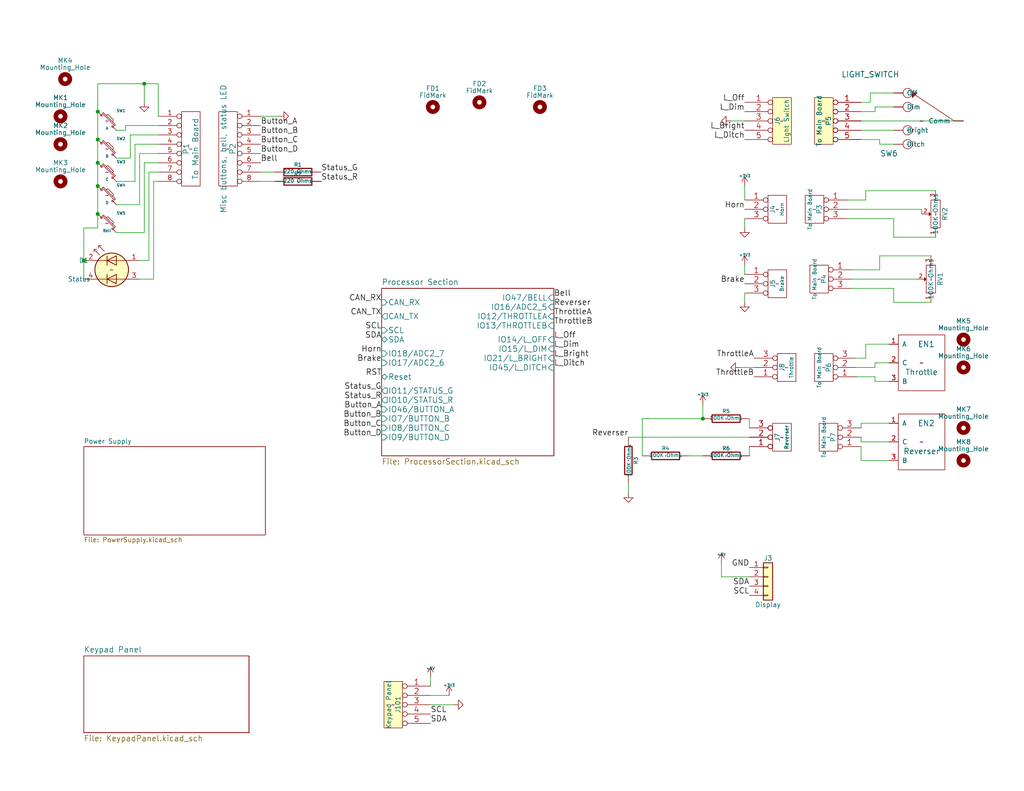
<source format=kicad_sch>
(kicad_sch (version 20211123) (generator eeschema)
  (paper "USLetter")
  (title_block (title "ESP32-S3-WROOM-ControlStand") (date "2022-07-25") (rev "1.0") (company "Deepwoods Software") (comment 1 "Main page"))
  (lib_symbols
    (symbol "ESP32-S3-WROOM-ControlStand-rescue:+3.3V" (power) (pin_names (offset 0))
      (property "Value" "+3.3V" (at 0 3.556 0))
      (symbol "+3.3V_0_1"
        (polyline (pts (xy -0.762 1.27) (xy 0 2.54)))
        (polyline (pts (xy 0 0) (xy 0 2.54)))
        (polyline (pts (xy 0 2.54) (xy 0.762 1.27)))
      )
      (symbol "+3.3V_1_1"
        (pin power_in line (at 0 0 90) (length 0) hide (name "+3V3") (number "1"))
      )
    )
    (symbol "ESP32-S3-WROOM-ControlStand-rescue:+5V" (power) (pin_names (offset 0))
      (property "Value" "+5V" (at 0 3.556 0))
      (symbol "+5V_0_1"
        (polyline (pts (xy -0.762 1.27) (xy 0 2.54)))
        (polyline (pts (xy 0 0) (xy 0 2.54)))
        (polyline (pts (xy 0 2.54) (xy 0.762 1.27)))
      )
      (symbol "+5V_1_1"
        (pin power_in line (at 0 0 90) (length 0) hide (name "+5V") (number "1"))
      )
    )
    (symbol "ESP32-S3-WROOM-ControlStand-rescue:CONN_3" (pin_names (offset 1.016) hide)
      (property "Reference" "K" (at -1.27 0 90))
      (property "Value" "CONN_3" (at 1.27 0 90))
      (symbol "CONN_3_0_1"
        (rectangle (start -2.54 3.81) (end 2.54 -3.81))
      )
      (symbol "CONN_3_1_1"
        (pin passive inverted (at -8.89 2.54 0) (length 6.35) (name "P1") (number "1"))
        (pin passive inverted (at -8.89 0 0) (length 6.35) (name "PM") (number "2"))
        (pin passive inverted (at -8.89 -2.54 0) (length 6.35) (name "P3") (number "3"))
      )
    )
    (symbol "ESP32-S3-WROOM-ControlStand-rescue:CONN_5" (pin_names (offset 1.016))
      (property "Reference" "P" (at -1.27 0 90))
      (property "Value" "CONN_5" (at 1.27 0 90))
      (symbol "CONN_5_0_1"
        (rectangle (start -2.54 6.35) (end 2.54 -6.35) (fill (type background)))
      )
      (symbol "CONN_5_1_1"
        (pin passive inverted (at -10.16 5.08 0) (length 7.62) (name "~") (number "1"))
        (pin passive inverted (at -10.16 2.54 0) (length 7.62) (name "~") (number "2"))
        (pin passive inverted (at -10.16 0 0) (length 7.62) (name "~") (number "3"))
        (pin passive inverted (at -10.16 -2.54 0) (length 7.62) (name "~") (number "4"))
        (pin passive inverted (at -10.16 -5.08 0) (length 7.62) (name "~") (number "5"))
      )
    )
    (symbol "ESP32-S3-WROOM-ControlStand-rescue:CONN_8" (pin_names (offset 1.016) hide)
      (property "Reference" "P" (at -1.27 0 90))
      (property "Value" "CONN_8" (at 1.27 0 90))
      (symbol "CONN_8_0_1"
        (rectangle (start -2.54 10.16) (end 2.54 -10.16))
      )
      (symbol "CONN_8_1_1"
        (pin passive inverted (at -8.89 8.89 0) (length 6.35) (name "P1") (number "1"))
        (pin passive inverted (at -8.89 6.35 0) (length 6.35) (name "P2") (number "2"))
        (pin passive inverted (at -8.89 3.81 0) (length 6.35) (name "P3") (number "3"))
        (pin passive inverted (at -8.89 1.27 0) (length 6.35) (name "P4") (number "4"))
        (pin passive inverted (at -8.89 -1.27 0) (length 6.35) (name "P5") (number "5"))
        (pin passive inverted (at -8.89 -3.81 0) (length 6.35) (name "P6") (number "6"))
        (pin passive inverted (at -8.89 -6.35 0) (length 6.35) (name "P7") (number "7"))
        (pin passive inverted (at -8.89 -8.89 0) (length 6.35) (name "P8") (number "8"))
      )
    )
    (symbol "ESP32-S3-WROOM-ControlStand-rescue:Conn_01x04" (pin_names (offset 1.016) hide)
      (property "Reference" "J" (at 0 5.08 0))
      (property "Value" "Conn_01x04" (at 0 -7.62 0))
      (symbol "Conn_01x04_1_1"
        (rectangle (start -1.27 -4.953) (end 0 -5.207) (stroke (width 0.1524)))
        (rectangle (start -1.27 -2.413) (end 0 -2.667) (stroke (width 0.1524)))
        (rectangle (start -1.27 0.127) (end 0 -0.127) (stroke (width 0.1524)))
        (rectangle (start -1.27 2.667) (end 0 2.413) (stroke (width 0.1524)))
        (rectangle (start -1.27 3.81) (end 1.27 -6.35) (stroke (width 0.254)) (fill (type background)))
        (pin passive line (at -5.08 2.54 0) (length 3.81) (name "Pin_1") (number "1"))
        (pin passive line (at -5.08 0 0) (length 3.81) (name "Pin_2") (number "2"))
        (pin passive line (at -5.08 -2.54 0) (length 3.81) (name "Pin_3") (number "3"))
        (pin passive line (at -5.08 -5.08 0) (length 3.81) (name "Pin_4") (number "4"))
      )
    )
    (symbol "ESP32-S3-WROOM-ControlStand-rescue:ENCODER" (pin_names (offset 1.016))
      (property "Reference" "EN" (at 1.27 5.08 0))
      (property "Value" "ENCODER" (at 0 -2.54 0))
      (symbol "ENCODER_0_1"
        (rectangle (start -6.35 7.62) (end 6.35 -7.62))
      )
      (symbol "ENCODER_1_1"
        (pin passive line (at -8.89 5.08 0) (length 2.54) (name "A") (number "1"))
        (pin passive line (at -8.89 0 0) (length 2.54) (name "C") (number "2"))
        (pin passive line (at -8.89 -5.08 0) (length 2.54) (name "B") (number "3"))
      )
    )
    (symbol "ESP32-S3-WROOM-ControlStand-rescue:GND" (power) (pin_names (offset 0))
      (property "Value" "GND" (at 0 -3.81 0))
      (symbol "GND_0_1"
        (polyline (pts (xy 0 0) (xy 0 -1.27) (xy 1.27 -1.27) (xy 0 -2.54) (xy -1.27 -1.27) (xy 0 -1.27)))
      )
      (symbol "GND_1_1"
        (pin power_in line (at 0 0 270) (length 0) hide (name "GND") (number "1"))
      )
    )
    (symbol "ESP32-S3-WROOM-ControlStand-rescue:LED_Dual_ACAC" (pin_names (offset 0) hide)
      (property "Reference" "D" (at 0 5.715 0))
      (property "Value" "LED_Dual_ACAC" (at 0 -6.35 0))
      (symbol "LED_Dual_ACAC_0_1"
        (polyline (pts (xy -5.08 -2.54) (xy 2.032 -2.54)))
        (polyline (pts (xy -5.08 2.54) (xy 2.032 2.54)))
        (polyline (pts (xy 1.27 -1.27) (xy 1.27 -3.81)) (stroke (width 0.2032)))
        (polyline (pts (xy 1.27 3.81) (xy 1.27 1.27)) (stroke (width 0.2032)))
        (polyline (pts (xy 3.81 -2.54) (xy 1.905 -2.54)))
        (polyline (pts (xy 3.81 2.54) (xy 1.905 2.54)))
        (polyline (pts (xy -1.27 -1.27) (xy -1.27 -3.81) (xy 1.27 -2.54) (xy -1.27 -1.27)) (stroke (width 0.2032)))
        (polyline (pts (xy -1.27 3.81) (xy -1.27 1.27) (xy 1.27 2.54) (xy -1.27 3.81)) (stroke (width 0.2032)))
        (polyline (pts (xy 2.032 5.08) (xy 3.556 6.604) (xy 2.794 6.604) (xy 3.556 6.604) (xy 3.556 5.842)))
        (polyline (pts (xy 3.302 4.064) (xy 4.826 5.588) (xy 4.064 5.588) (xy 4.826 5.588) (xy 4.826 4.826)))
        (circle (center 0 0) (radius 4.572) (stroke (width 0.254)) (fill (type background)))
      )
      (symbol "LED_Dual_ACAC_1_1"
        (pin input line (at -7.62 2.54 0) (length 3.048) (name "A1") (number "1"))
        (pin input line (at 7.62 2.54 180) (length 3.81) (name "K1") (number "2"))
        (pin input line (at -7.62 -2.54 0) (length 3.048) (name "A2") (number "3"))
        (pin input line (at 7.62 -2.54 180) (length 3.81) (name "K2") (number "4"))
      )
    )
    (symbol "ESP32-S3-WROOM-ControlStand-rescue:Light_Switch" (pin_names (offset 1.016))
      (property "Reference" "SW" (at 8.89 -8.89 0))
      (property "Value" "Light_Switch" (at 13.97 12.7 0))
      (symbol "Light_Switch_0_1"
        (polyline (pts (xy -8.89 0) (xy 2.54 7.62) (xy 2.54 6.35) (xy 1.27 7.62) (xy 2.54 7.62)) (fill (type outline)))
        (circle (center 3.81 -6.35) (radius 0.0001))
        (circle (center 3.81 -6.35) (radius 1.27))
        (circle (center 3.81 -2.54) (radius 0.0001))
        (circle (center 3.81 -2.54) (radius 1.27))
        (circle (center 3.81 3.81) (radius 1.27))
        (circle (center 3.81 7.62) (radius 1.27))
        (circle (center 5.08 7.62) (radius 0.0001))
      )
      (symbol "Light_Switch_1_1"
        (pin passive line (at 7.62 -2.54 180) (length 2.54) (name "Bright") (number "~"))
        (pin passive line (at -11.43 0 0) (length 2.54) (name "Comm") (number "~"))
        (pin passive line (at 7.62 3.81 180) (length 2.54) (name "Dim") (number "~"))
        (pin passive line (at 7.62 -6.35 180) (length 2.54) (name "Ditch") (number "~"))
        (pin passive line (at 7.62 7.62 180) (length 2.54) (name "Off") (number "~"))
      )
    )
    (symbol "ESP32-S3-WROOM-ControlStand-rescue:Mounting_Hole" (pin_names (offset 1.016))
      (property "Reference" "MK" (at 0 5.08 0))
      (property "Value" "Mounting_Hole" (at 0 3.175 0))
      (symbol "Mounting_Hole_0_1"
        (circle (center 0 0) (radius 1.27) (stroke (width 1.27)))
      )
    )
    (symbol "ESP32-S3-WROOM-ControlStand-rescue:POT-RESCUE-ESP32ControlStand" (pin_names (offset 1.016) hide)
      (property "Reference" "RV" (at 0 -2.54 0))
      (property "Value" "POT-RESCUE-ESP32ControlStand" (at 0 0 0))
      (symbol "POT-RESCUE-ESP32ControlStand_0_1"
        (rectangle (start -3.81 1.27) (end 3.81 -1.27))
        (polyline (pts (xy 0 1.27) (xy -0.508 1.778) (xy 0.508 1.778)) (fill (type outline)))
      )
      (symbol "POT-RESCUE-ESP32ControlStand_1_1"
        (pin passive line (at -6.35 0 0) (length 2.54) (name "1") (number "1"))
        (pin passive line (at 0 3.81 270) (length 2.032) (name "2") (number "2"))
        (pin passive line (at 6.35 0 180) (length 2.54) (name "3") (number "3"))
      )
    )
    (symbol "ESP32-S3-WROOM-ControlStand-rescue:R-RESCUE-ESP32ControlStand" (pin_numbers hide) (pin_names (offset 0))
      (property "Reference" "R" (at 2.032 0 90))
      (property "Value" "R-RESCUE-ESP32ControlStand" (at 0.1778 0.0254 90))
      (symbol "R-RESCUE-ESP32ControlStand_0_1"
        (rectangle (start -1.016 3.81) (end 1.016 -3.81) (stroke (width 0.3048)))
      )
      (symbol "R-RESCUE-ESP32ControlStand_1_1"
        (pin passive line (at 0 6.35 270) (length 2.54) (name "~") (number "1"))
        (pin passive line (at 0 -6.35 90) (length 2.54) (name "~") (number "2"))
      )
    )
    (symbol "ESP32-S3-WROOM-ControlStand-rescue:SW_PUSH_SMALL" (pin_numbers hide) (pin_names (offset 1.016) hide)
      (property "Reference" "SW" (at 3.81 2.794 0))
      (property "Value" "SW_PUSH_SMALL" (at 0 -2.0066 0))
      (symbol "SW_PUSH_SMALL_0_1"
        (circle (center -1.524 1.524) (radius 0.254))
        (polyline (pts (xy -2.54 2.54) (xy -1.524 1.524) (xy -1.524 1.524)))
        (polyline (pts (xy 1.524 -1.524) (xy 2.54 -2.54) (xy 2.54 -2.54) (xy 2.54 -2.54)))
        (polyline (pts (xy -0.254 1.524) (xy 0.254 1.778) (xy 1.778 0.254) (xy 1.524 -0.254) (xy 1.524 -0.254) (xy 1.524 -0.254)))
        (polyline (pts (xy -1.27 2.032) (xy 2.032 -1.27) (xy 2.286 -1.016) (xy -1.016 2.286) (xy -1.27 2.032) (xy -1.27 2.032) (xy -1.27 2.032)))
        (circle (center 1.524 -1.524) (radius 0.254))
        (pin passive line (at -2.54 2.54 0) (length 0) (name "1") (number "1"))
        (pin passive line (at 2.54 -2.54 180) (length 0) (name "2") (number "2"))
      )
    )
  )
  (junction (at 26.67 50.8))
  (junction (at 22.86 71.12))
  (junction (at 26.67 44.45))
  (junction (at 26.67 30.48))
  (junction (at 191.77 114.3))
  (junction (at 26.67 38.1))
  (junction (at 26.67 58.42))
  (junction (at 39.37 22.86))
  (wire (pts (xy 35.56 36.83) (xy 35.56 43.18)))
  (wire (pts (xy 238.76 99.06) (xy 242.57 99.06)))
  (wire (pts (xy 243.84 59.69) (xy 231.14 59.69)))
  (wire (pts (xy 175.26 124.46) (xy 175.26 114.3)))
  (wire (pts (xy 238.76 102.87) (xy 238.76 104.14)))
  (wire (pts (xy 22.86 62.23) (xy 22.86 71.12)))
  (wire (pts (xy 40.64 46.99) (xy 40.64 71.12)))
  (wire (pts (xy 41.91 76.2) (xy 38.1 76.2)))
  (wire (pts (xy 232.41 76.2) (xy 250.19 76.2)))
  (wire (pts (xy 191.77 114.3) (xy 191.77 110.49)))
  (wire (pts (xy 240.03 38.1) (xy 240.03 39.37)))
  (wire (pts (xy 242.57 125.73) (xy 234.95 125.73)))
  (wire (pts (xy 196.85 157.48) (xy 204.47 157.48)))
  (wire (pts (xy 237.49 27.94) (xy 237.49 25.4)))
  (wire (pts (xy 43.18 49.53) (xy 41.91 49.53)))
  (wire (pts (xy 234.95 38.1) (xy 240.03 38.1)))
  (wire (pts (xy 43.18 44.45) (xy 39.37 44.45)))
  (wire (pts (xy 234.95 115.57) (xy 234.95 116.84)))
  (wire (pts (xy 26.67 58.42) (xy 26.67 62.23)))
  (wire (pts (xy 39.37 22.86) (xy 43.18 22.86)))
  (wire (pts (xy 40.64 71.12) (xy 38.1 71.12)))
  (wire (pts (xy 43.18 41.91) (xy 38.1 41.91)))
  (wire (pts (xy 243.84 82.55) (xy 254 82.55)))
  (wire (pts (xy 43.18 34.29) (xy 34.29 34.29)))
  (wire (pts (xy 39.37 63.5) (xy 31.75 63.5)))
  (wire (pts (xy 255.27 52.07) (xy 236.22 52.07)))
  (wire (pts (xy 234.95 30.48) (xy 238.76 30.48)))
  (wire (pts (xy 240.03 39.37) (xy 243.84 39.37)))
  (wire (pts (xy 204.47 119.38) (xy 171.45 119.38)))
  (wire (pts (xy 26.67 22.86) (xy 39.37 22.86)))
  (wire (pts (xy 262.89 33.02) (xy 234.95 33.02)))
  (wire (pts (xy 236.22 93.98) (xy 242.57 93.98)))
  (wire (pts (xy 34.29 34.29) (xy 34.29 35.56)))
  (wire (pts (xy 203.2 80.01) (xy 203.2 82.55)))
  (wire (pts (xy 36.83 39.37) (xy 36.83 49.53)))
  (wire (pts (xy 41.91 49.53) (xy 41.91 76.2)))
  (wire (pts (xy 34.29 35.56) (xy 31.75 35.56)))
  (wire (pts (xy 232.41 73.66) (xy 240.03 73.66)))
  (wire (pts (xy 117.475 184.785) (xy 117.475 187.325)))
  (wire (pts (xy 234.95 125.73) (xy 234.95 121.92)))
  (wire (pts (xy 234.95 120.65) (xy 234.95 119.38)))
  (wire (pts (xy 117.475 192.405) (xy 123.825 192.405)))
  (wire (pts (xy 43.18 46.99) (xy 40.64 46.99)))
  (wire (pts (xy 238.76 104.14) (xy 242.57 104.14)))
  (wire (pts (xy 251.46 57.15) (xy 251.46 58.42)))
  (wire (pts (xy 240.03 73.66) (xy 240.03 69.85)))
  (wire (pts (xy 237.49 25.4) (xy 243.84 25.4)))
  (wire (pts (xy 238.76 30.48) (xy 238.76 29.21)))
  (wire (pts (xy 36.83 49.53) (xy 31.75 49.53)))
  (wire (pts (xy 231.14 57.15) (xy 251.46 57.15)))
  (wire (pts (xy 238.76 29.21) (xy 243.84 29.21)))
  (wire (pts (xy 255.27 64.77) (xy 243.84 64.77)))
  (wire (pts (xy 171.45 132.08) (xy 171.45 134.62)))
  (wire (pts (xy 26.67 22.86) (xy 26.67 30.48)))
  (wire (pts (xy 234.95 27.94) (xy 237.49 27.94)))
  (wire (pts (xy 191.77 124.46) (xy 187.96 124.46)))
  (wire (pts (xy 233.68 97.79) (xy 236.22 97.79)))
  (wire (pts (xy 43.18 22.86) (xy 43.18 31.75)))
  (wire (pts (xy 234.95 35.56) (xy 243.84 35.56)))
  (wire (pts (xy 74.93 46.99) (xy 71.12 46.99)))
  (wire (pts (xy 240.03 69.85) (xy 254 69.85)))
  (wire (pts (xy 203.2 59.69) (xy 203.2 62.23)))
  (wire (pts (xy 242.57 120.65) (xy 234.95 120.65)))
  (wire (pts (xy 76.2 31.75) (xy 71.12 31.75)))
  (wire (pts (xy 39.37 44.45) (xy 39.37 63.5)))
  (wire (pts (xy 204.47 121.92) (xy 204.47 124.46)))
  (wire (pts (xy 26.67 44.45) (xy 26.67 50.8)))
  (wire (pts (xy 204.47 114.3) (xy 204.47 116.84)))
  (wire (pts (xy 203.2 72.39) (xy 203.2 74.93)))
  (wire (pts (xy 43.18 39.37) (xy 36.83 39.37)))
  (wire (pts (xy 205.74 100.33) (xy 201.93 100.33)))
  (wire (pts (xy 236.22 97.79) (xy 236.22 93.98)))
  (wire (pts (xy 203.2 50.8) (xy 203.2 54.61)))
  (wire (pts (xy 22.86 71.12) (xy 22.86 76.2)))
  (wire (pts (xy 117.475 189.865) (xy 122.555 189.865)))
  (wire (pts (xy 243.84 78.74) (xy 243.84 82.55)))
  (wire (pts (xy 26.67 30.48) (xy 26.67 38.1)))
  (wire (pts (xy 35.56 43.18) (xy 31.75 43.18)))
  (wire (pts (xy 26.67 62.23) (xy 22.86 62.23)))
  (wire (pts (xy 236.22 52.07) (xy 236.22 54.61)))
  (wire (pts (xy 38.1 55.88) (xy 31.75 55.88)))
  (wire (pts (xy 26.67 50.8) (xy 26.67 58.42)))
  (wire (pts (xy 175.26 114.3) (xy 191.77 114.3)))
  (wire (pts (xy 196.85 153.67) (xy 196.85 157.48)))
  (wire (pts (xy 203.2 33.02) (xy 199.39 33.02)))
  (wire (pts (xy 233.68 102.87) (xy 238.76 102.87)))
  (wire (pts (xy 243.84 64.77) (xy 243.84 59.69)))
  (wire (pts (xy 26.67 38.1) (xy 26.67 44.45)))
  (wire (pts (xy 238.76 100.33) (xy 238.76 99.06)))
  (wire (pts (xy 233.68 100.33) (xy 238.76 100.33)))
  (wire (pts (xy 232.41 78.74) (xy 243.84 78.74)))
  (wire (pts (xy 43.18 36.83) (xy 35.56 36.83)))
  (wire (pts (xy 242.57 115.57) (xy 234.95 115.57)))
  (wire (pts (xy 39.37 27.94) (xy 39.37 22.86)))
  (wire (pts (xy 74.93 49.53) (xy 71.12 49.53)))
  (wire (pts (xy 236.22 54.61) (xy 231.14 54.61)))
  (wire (pts (xy 38.1 41.91) (xy 38.1 55.88)))
  (label "SDA" (at 117.475 197.485 0) (effects (font (size 1.524 1.524))))
  (label "L_Dim" (at 151.13 95.25 0) (effects (font (size 1.5494 1.5494))))
  (label "Button_D" (at 104.14 119.38 180) (effects (font (size 1.5494 1.5494))))
  (label "L_Off" (at 203.2 27.94 180) (effects (font (size 1.524 1.524))))
  (label "L_Bright" (at 203.2 35.56 180) (effects (font (size 1.524 1.524))))
  (label "Bell" (at 151.13 81.28 0) (effects (font (size 1.5494 1.5494))))
  (label "ThrottleB" (at 205.74 102.87 180) (effects (font (size 1.524 1.524))))
  (label "ThrottleA" (at 205.74 97.79 180) (effects (font (size 1.524 1.524))))
  (label "SDA" (at 104.14 92.71 180) (effects (font (size 1.5494 1.5494))))
  (label "Horn" (at 104.14 96.52 180) (effects (font (size 1.5494 1.5494))))
  (label "Status_R" (at 104.14 109.22 180) (effects (font (size 1.5494 1.5494))))
  (label "Status_G" (at 104.14 106.68 180) (effects (font (size 1.5494 1.5494))))
  (label "Button_B" (at 104.14 114.3 180) (effects (font (size 1.5494 1.5494))))
  (label "GND" (at 204.47 154.94 180) (effects (font (size 1.524 1.524))))
  (label "SDA" (at 204.47 160.02 180) (effects (font (size 1.524 1.524))))
  (label "CAN_TX" (at 104.14 86.36 180) (effects (font (size 1.5494 1.5494))))
  (label "L_Off" (at 151.13 92.71 0) (effects (font (size 1.5494 1.5494))))
  (label "SCL" (at 204.47 162.56 180) (effects (font (size 1.524 1.524))))
  (label "Button_C" (at 104.14 116.84 180) (effects (font (size 1.5494 1.5494))))
  (label "Button_D" (at 71.12 41.91 0) (effects (font (size 1.524 1.524))))
  (label "ThrottleA" (at 151.13 86.36 0) (effects (font (size 1.5494 1.5494))))
  (label "L_Ditch" (at 203.2 38.1 180) (effects (font (size 1.524 1.524))))
  (label "Button_A" (at 104.14 111.76 180) (effects (font (size 1.5494 1.5494))))
  (label "Reverser" (at 171.45 119.38 180) (effects (font (size 1.524 1.524))))
  (label "CAN_RX" (at 104.14 82.55 180) (effects (font (size 1.5494 1.5494))))
  (label "Bell" (at 71.12 44.45 0) (effects (font (size 1.524 1.524))))
  (label "Reverser" (at 151.13 83.82 0) (effects (font (size 1.5494 1.5494))))
  (label "L_Ditch" (at 151.13 100.33 0) (effects (font (size 1.5494 1.5494))))
  (label "RST" (at 104.14 102.87 180) (effects (font (size 1.5494 1.5494))))
  (label "Button_B" (at 71.12 36.83 0) (effects (font (size 1.524 1.524))))
  (label "Brake" (at 203.2 77.47 180) (effects (font (size 1.524 1.524))))
  (label "Brake" (at 104.14 99.06 180) (effects (font (size 1.5494 1.5494))))
  (label "Status_G" (at 87.63 46.99 0) (effects (font (size 1.524 1.524))))
  (label "SCL" (at 104.14 90.17 180) (effects (font (size 1.5494 1.5494))))
  (label "Status_R" (at 87.63 49.53 0) (effects (font (size 1.524 1.524))))
  (label "Button_A" (at 71.12 34.29 0) (effects (font (size 1.524 1.524))))
  (label "L_Bright" (at 151.13 97.79 0) (effects (font (size 1.5494 1.5494))))
  (label "L_Dim" (at 203.2 30.48 180) (effects (font (size 1.524 1.524))))
  (label "Button_C" (at 71.12 39.37 0) (effects (font (size 1.524 1.524))))
  (label "SCL" (at 117.475 194.945 0) (effects (font (size 1.524 1.524))))
  (label "Horn" (at 203.2 57.15 180) (effects (font (size 1.524 1.524))))
  (label "ThrottleB" (at 151.13 88.9 0) (effects (font (size 1.5494 1.5494))))
  (symbol (lib_id "ESP32-S3-WROOM-ControlStand-rescue:CONN_3") (at 214.63 100.33 0) (mirror x) (unit 1)
    (property "Reference" "J8" (at 213.36 100.33 90))
    (property "Value" "Throttle" (at 215.9 100.33 90) (effects (font (size 1.016 1.016))))
    (property "Footprint" "Pin_Headers:Pin_Header_Straight_1x03_Pitch2.54mm" (effects hide))
    (property "Datasheet" "~" (at 214.63 100.33 0) (effects (font (size 1.524 1.524))))
    (property "Mouser Part Number" "649-1012937890301BLF" (effects hide))
  )
  (symbol (lib_id "ESP32-S3-WROOM-ControlStand-rescue:ENCODER") (at 251.46 120.65 0) (unit 1)
    (property "Reference" "EN2" (at 252.73 115.57 0) (effects (font (size 1.524 1.524))))
    (property "Value" "Reverser" (at 251.46 123.19 0) (effects (font (size 1.524 1.524))))
    (property "Footprint" "Encoders:ALPSEC12C" (effects hide))
    (property "Datasheet" "~" (at 251.46 120.65 0) (effects (font (size 1.524 1.524))))
    (property "Mouser Part Number" "652-PEC11R4325FN0012" (effects hide))
  )
  (symbol (lib_id "ESP32-S3-WROOM-ControlStand-rescue:POT-RESCUE-ESP32ControlStand") (at 254 76.2 90) (unit 1)
    (property "Reference" "RV1" (at 256.54 76.2 0))
    (property "Value" "100K Ohms" (at 254 76.2 0))
    (property "Datasheet" "~" (at 254 76.2 0) (effects (font (size 1.524 1.524))))
    (property "Mouser Part Number" "774-450T328F104A1A1" (effects hide))
  )
  (symbol (lib_id "ESP32-S3-WROOM-ControlStand-rescue:POT-RESCUE-ESP32ControlStand") (at 255.27 58.42 90) (unit 1)
    (property "Reference" "RV2" (at 257.81 58.42 0))
    (property "Value" "100K Ohms" (at 255.27 58.42 0))
    (property "Datasheet" "~" (at 255.27 58.42 0) (effects (font (size 1.524 1.524))))
    (property "Mouser Part Number" "774-450T328F104A1A1" (effects hide))
  )
  (symbol (lib_id "ESP32-S3-WROOM-ControlStand-rescue:ENCODER") (at 251.46 99.06 0) (unit 1)
    (property "Reference" "EN1" (at 252.73 93.98 0) (effects (font (size 1.524 1.524))))
    (property "Value" "Throttle" (at 251.46 101.6 0) (effects (font (size 1.524 1.524))))
    (property "Footprint" "Encoders:Series25L-Encoder" (effects hide))
    (property "Datasheet" "~" (at 251.46 99.06 0) (effects (font (size 1.524 1.524))))
    (property "Mouser Part Number" "706-25LB10-Q" (effects hide))
  )
  (symbol (lib_id "ESP32-S3-WROOM-ControlStand-rescue:CONN_3") (at 224.79 100.33 180) (unit 1)
    (property "Reference" "P6" (at 226.06 100.33 90))
    (property "Value" "To Main Board" (at 223.52 100.33 90) (effects (font (size 1.016 1.016))))
    (property "Footprint" "Pin_Headers:Pin_Header_Angled_1x03_Pitch2.54mm" (effects hide))
    (property "Datasheet" "~" (at 224.79 100.33 0) (effects (font (size 1.524 1.524))))
    (property "Mouser Part Number" "855-M20-9750346" (effects hide))
  )
  (symbol (lib_id "ESP32-S3-WROOM-ControlStand-rescue:CONN_3") (at 212.09 57.15 0) (unit 1)
    (property "Reference" "J4" (at 210.82 57.15 90))
    (property "Value" "Horn" (at 213.36 57.15 90) (effects (font (size 1.016 1.016))))
    (property "Footprint" "Pin_Headers:Pin_Header_Straight_1x03_Pitch2.54mm" (effects hide))
    (property "Datasheet" "~" (at 212.09 57.15 0) (effects (font (size 1.524 1.524))))
    (property "Mouser Part Number" "649-1012937890301BLF" (effects hide))
  )
  (symbol (lib_id "ESP32-S3-WROOM-ControlStand-rescue:CONN_3") (at 222.25 57.15 0) (mirror y) (unit 1)
    (property "Reference" "P3" (at 223.52 57.15 90))
    (property "Value" "To Main Board" (at 220.98 57.15 90) (effects (font (size 1.016 1.016))))
    (property "Datasheet" "~" (at 222.25 57.15 0) (effects (font (size 1.524 1.524))))
  )
  (symbol (lib_id "ESP32-S3-WROOM-ControlStand-rescue:CONN_3") (at 223.52 76.2 0) (mirror y) (unit 1)
    (property "Reference" "P4" (at 224.79 76.2 90))
    (property "Value" "To Main Board" (at 222.25 76.2 90) (effects (font (size 1.016 1.016))))
    (property "Datasheet" "~" (at 223.52 76.2 0) (effects (font (size 1.524 1.524))))
  )
  (symbol (lib_id "ESP32-S3-WROOM-ControlStand-rescue:CONN_3") (at 212.09 77.47 0) (unit 1)
    (property "Reference" "J5" (at 210.82 77.47 90))
    (property "Value" "Brake" (at 213.36 77.47 90) (effects (font (size 1.016 1.016))))
    (property "Footprint" "Pin_Headers:Pin_Header_Straight_1x03_Pitch2.54mm" (effects hide))
    (property "Datasheet" "~" (at 212.09 77.47 0) (effects (font (size 1.524 1.524))))
    (property "Mouser Part Number" "649-1012937890301BLF" (effects hide))
  )
  (symbol (lib_id "ESP32-S3-WROOM-ControlStand-rescue:CONN_3") (at 226.06 119.38 180) (unit 1)
    (property "Reference" "P7" (at 227.33 119.38 90))
    (property "Value" "To Main Board" (at 224.79 119.38 90) (effects (font (size 1.016 1.016))))
    (property "Footprint" "Pin_Headers:Pin_Header_Angled_1x03_Pitch2.54mm" (effects hide))
    (property "Datasheet" "~" (at 226.06 119.38 0) (effects (font (size 1.524 1.524))))
    (property "Mouser Part Number" "855-M20-9750346" (effects hide))
  )
  (symbol (lib_id "ESP32-S3-WROOM-ControlStand-rescue:CONN_3") (at 213.36 119.38 0) (mirror x) (unit 1)
    (property "Reference" "J7" (at 212.09 119.38 90))
    (property "Value" "Reverser" (at 214.63 119.38 90) (effects (font (size 1.016 1.016))))
    (property "Footprint" "Pin_Headers:Pin_Header_Straight_1x03_Pitch2.54mm" (effects hide))
    (property "Datasheet" "~" (at 213.36 119.38 0) (effects (font (size 1.524 1.524))))
    (property "Mouser Part Number" "649-1012937890301BLF" (effects hide))
  )
  (symbol (lib_id "ESP32-S3-WROOM-ControlStand-rescue:Light_Switch") (at 251.46 33.02 0) (mirror y) (unit 1)
    (property "Reference" "SW6" (at 242.57 41.91 0) (effects (font (size 1.524 1.524))))
    (property "Value" "LIGHT_SWITCH" (at 237.49 20.32 0) (effects (font (size 1.524 1.524))))
    (property "Datasheet" "~" (at 251.46 33.02 0) (effects (font (size 1.524 1.524))))
  )
  (symbol (lib_id "ESP32-S3-WROOM-ControlStand-rescue:CONN_5") (at 213.36 33.02 0) (unit 1)
    (property "Reference" "J6" (at 212.09 33.02 90))
    (property "Value" "Light Switch" (at 214.63 33.02 90))
    (property "Footprint" "Pin_Headers:Pin_Header_Straight_1x05_Pitch2.54mm" (effects hide))
    (property "Datasheet" "~" (at 213.36 33.02 0) (effects (font (size 1.524 1.524))))
    (property "Mouser Part Number" "523-G800W303018EU" (effects hide))
  )
  (symbol (lib_id "ESP32-S3-WROOM-ControlStand-rescue:CONN_5") (at 224.79 33.02 0) (mirror y) (unit 1)
    (property "Reference" "P5" (at 226.06 33.02 90))
    (property "Value" "To Main Board" (at 223.52 33.02 90))
    (property "Datasheet" "~" (at 224.79 33.02 0) (effects (font (size 1.524 1.524))))
  )
  (symbol (lib_id "ESP32-S3-WROOM-ControlStand-rescue:GND") (at 199.39 33.02 270) (unit 1)
    (property "Reference" "#PWR01" (effects hide))
    (property "Value" "GND" (effects hide))
  )
  (symbol (lib_id "ESP32-S3-WROOM-ControlStand-rescue:+3.3V") (at 203.2 50.8 0) (unit 1)
    (property "Reference" "#PWR02" (effects hide))
    (property "Value" "+3.3V" (at 203.2 48.006 0) (effects (font (size 0.762 0.762))))
  )
  (symbol (lib_id "ESP32-S3-WROOM-ControlStand-rescue:+3.3V") (at 203.2 72.39 0) (unit 1)
    (property "Reference" "#PWR03" (effects hide))
    (property "Value" "+3.3V" (at 203.2 69.596 0) (effects (font (size 0.762 0.762))))
  )
  (symbol (lib_id "ESP32-S3-WROOM-ControlStand-rescue:GND") (at 203.2 62.23 0) (unit 1)
    (property "Reference" "#PWR04" (effects hide))
    (property "Value" "GND" (effects hide))
  )
  (symbol (lib_id "ESP32-S3-WROOM-ControlStand-rescue:GND") (at 203.2 82.55 0) (unit 1)
    (property "Reference" "#PWR05" (effects hide))
    (property "Value" "GND" (effects hide))
  )
  (symbol (lib_id "ESP32-S3-WROOM-ControlStand-rescue:GND") (at 201.93 100.33 270) (unit 1)
    (property "Reference" "#PWR06" (effects hide))
    (property "Value" "GND" (effects hide))
  )
  (symbol (lib_id "ESP32-S3-WROOM-ControlStand-rescue:SW_PUSH_SMALL") (at 29.21 33.02 0) (unit 1)
    (property "Reference" "SW1" (at 33.02 30.226 0) (effects (font (size 0.762 0.762))))
    (property "Value" "A" (at 29.21 35.0266 0) (effects (font (size 0.762 0.762))))
    (property "Footprint" "Button_Switch_SMD:SW_SPST_EVQQ2" (effects hide))
    (property "Datasheet" "~" (at 29.21 33.02 0) (effects (font (size 1.524 1.524))))
    (property "Mouser Part Number" "667-EVQ-Q2U02W" (effects hide))
  )
  (symbol (lib_id "ESP32-S3-WROOM-ControlStand-rescue:SW_PUSH_SMALL") (at 29.21 40.64 0) (unit 1)
    (property "Reference" "SW2" (at 33.02 37.846 0) (effects (font (size 0.762 0.762))))
    (property "Value" "B" (at 29.21 42.6466 0) (effects (font (size 0.762 0.762))))
    (property "Footprint" "Button_Switch_SMD:SW_SPST_EVQQ2" (effects hide))
    (property "Datasheet" "~" (at 29.21 40.64 0) (effects (font (size 1.524 1.524))))
    (property "Mouser part Number" "667-EVQ-Q2U02W" (effects hide))
  )
  (symbol (lib_id "ESP32-S3-WROOM-ControlStand-rescue:SW_PUSH_SMALL") (at 29.21 46.99 0) (unit 1)
    (property "Reference" "SW3" (at 33.02 44.196 0) (effects (font (size 0.762 0.762))))
    (property "Value" "C" (at 29.21 48.9966 0) (effects (font (size 0.762 0.762))))
    (property "Footprint" "Button_Switch_SMD:SW_SPST_EVQQ2" (effects hide))
    (property "Datasheet" "~" (at 29.21 46.99 0) (effects (font (size 1.524 1.524))))
    (property "Mouser Part Number" "667-EVQ-Q2U02W" (effects hide))
  )
  (symbol (lib_id "ESP32-S3-WROOM-ControlStand-rescue:SW_PUSH_SMALL") (at 29.21 53.34 0) (unit 1)
    (property "Reference" "SW4" (at 33.02 50.546 0) (effects (font (size 0.762 0.762))))
    (property "Value" "D" (at 29.21 55.3466 0) (effects (font (size 0.762 0.762))))
    (property "Footprint" "Button_Switch_SMD:SW_SPST_EVQQ2" (effects hide))
    (property "Datasheet" "~" (at 29.21 53.34 0) (effects (font (size 1.524 1.524))))
    (property "Mouser Part Number" "667-EVQ-Q2U02W" (effects hide))
  )
  (symbol (lib_id "ESP32-S3-WROOM-ControlStand-rescue:SW_PUSH_SMALL") (at 29.21 60.96 0) (unit 1)
    (property "Reference" "SW5" (at 33.02 58.166 0) (effects (font (size 0.762 0.762))))
    (property "Value" "Bell" (at 29.21 62.9666 0) (effects (font (size 0.762 0.762))))
    (property "Footprint" "Button_Switch_SMD:SW_SPST_EVQQ2" (effects hide))
    (property "Datasheet" "~" (at 29.21 60.96 0) (effects (font (size 1.524 1.524))))
    (property "Mouser Part Number" "667-EVQ-Q2U02W" (effects hide))
  )
  (symbol (lib_id "ESP32-S3-WROOM-ControlStand-rescue:LED_Dual_ACAC") (at 30.48 73.66 0) (mirror y) (unit 1)
    (property "Reference" "D1" (at 22.86 71.12 0))
    (property "Value" "Status" (at 21.59 76.2 0))
    (property "Footprint" "APHB1608CGKSURKC:APHB1608CGKSURKC" (effects hide))
    (property "Datasheet" "~" (at 30.48 73.66 0) (effects (font (size 1.524 1.524))))
    (property "Mouser Part Number" "604-APHB1608CGKSURKC " (effects hide))
  )
  (symbol (lib_id "ESP32-S3-WROOM-ControlStand-rescue:CONN_8") (at 52.07 40.64 0) (unit 1)
    (property "Reference" "P1" (at 50.8 40.64 90) (effects (font (size 1.524 1.524))))
    (property "Value" "To Main Board" (at 53.34 40.64 90) (effects (font (size 1.524 1.524))))
    (property "Footprint" "Pin_Headers:Pin_Header_Angled_1x08_Pitch2.54mm" (effects hide))
    (property "Datasheet" "~" (at 52.07 40.64 0) (effects (font (size 1.524 1.524))))
    (property "Mouser Part Number" "649-1012937990801BLF" (effects hide))
  )
  (symbol (lib_id "ESP32-S3-WROOM-ControlStand-rescue:CONN_8") (at 62.23 40.64 0) (mirror y) (unit 1)
    (property "Reference" "P2" (at 63.5 40.64 90) (effects (font (size 1.524 1.524))))
    (property "Value" "Misc buttons, bell, status LED" (at 60.96 40.64 90) (effects (font (size 1.524 1.524))))
    (property "Footprint" "Pin_Headers:Pin_Header_Straight_1x08_Pitch2.54mm" (effects hide))
    (property "Datasheet" "~" (at 62.23 40.64 0) (effects (font (size 1.524 1.524))))
    (property "Mouser Part Number" "649-1012937890801BLF" (effects hide))
  )
  (symbol (lib_id "ESP32-S3-WROOM-ControlStand-rescue:GND") (at 76.2 31.75 90) (unit 1)
    (property "Reference" "#PWR07" (effects hide))
    (property "Value" "GND" (effects hide))
  )
  (symbol (lib_id "ESP32-S3-WROOM-ControlStand-rescue:R-RESCUE-ESP32ControlStand") (at 81.28 46.99 90) (unit 1)
    (property "Reference" "R1" (at 81.28 44.958 90) (effects (font (size 1.016 1.016))))
    (property "Value" "220 Ohms" (at 81.2546 46.8122 90) (effects (font (size 1.016 1.016))))
    (property "Footprint" "Resistor_SMD:R_0603_1608Metric" (effects hide))
    (property "Datasheet" "~" (at 81.28 46.99 0) (effects (font (size 0.762 0.762))))
    (property "Mouser Part Number" "603-AC0603FR-07220RL" (effects hide))
  )
  (symbol (lib_id "ESP32-S3-WROOM-ControlStand-rescue:R-RESCUE-ESP32ControlStand") (at 81.28 49.53 90) (unit 1)
    (property "Reference" "R2" (at 81.28 47.498 90) (effects (font (size 1.016 1.016))))
    (property "Value" "220 Ohms" (at 81.2546 49.3522 90) (effects (font (size 1.016 1.016))))
    (property "Footprint" "Resistor_SMD:R_0603_1608Metric" (effects hide))
    (property "Datasheet" "~" (at 81.28 49.53 0) (effects (font (size 0.762 0.762))))
    (property "Mouser Part Number" "603-AC0603FR-07220RL" (effects hide))
  )
  (symbol (lib_id "ESP32-S3-WROOM-ControlStand-rescue:+5V") (at 196.85 153.67 0) (unit 1)
    (property "Reference" "#PWR08" (effects hide))
    (property "Value" "+5V" (at 196.85 151.384 0) (effects (font (size 0.762 0.762))))
  )
  (symbol (lib_id "ESP32-S3-WROOM-ControlStand-rescue:R-RESCUE-ESP32ControlStand") (at 198.12 114.3 90) (unit 1)
    (property "Reference" "R5" (at 198.12 112.268 90) (effects (font (size 1.016 1.016))))
    (property "Value" "100K Ohms" (at 198.0946 114.1222 90) (effects (font (size 1.016 1.016))))
    (property "Footprint" "Resistor_SMD:R_0402_1005Metric" (effects hide))
    (property "Datasheet" "~" (at 198.12 114.3 0) (effects (font (size 0.762 0.762))))
    (property "Mouser Part Number" "279-CRGCQ0402J100K" (effects hide))
  )
  (symbol (lib_id "ESP32-S3-WROOM-ControlStand-rescue:R-RESCUE-ESP32ControlStand") (at 198.12 124.46 90) (unit 1)
    (property "Reference" "R6" (at 198.12 122.428 90) (effects (font (size 1.016 1.016))))
    (property "Value" "100K Ohms" (at 198.0946 124.2822 90) (effects (font (size 1.016 1.016))))
    (property "Footprint" "Resistor_SMD:R_0402_1005Metric" (effects hide))
    (property "Datasheet" "~" (at 198.12 124.46 0) (effects (font (size 0.762 0.762))))
    (property "Mouser Part Number" "279-CRGCQ0402J100K" (effects hide))
  )
  (symbol (lib_id "ESP32-S3-WROOM-ControlStand-rescue:R-RESCUE-ESP32ControlStand") (at 181.61 124.46 90) (unit 1)
    (property "Reference" "R4" (at 181.61 122.428 90) (effects (font (size 1.016 1.016))))
    (property "Value" "100K Ohms" (at 181.5846 124.2822 90) (effects (font (size 1.016 1.016))))
    (property "Footprint" "Resistor_SMD:R_0402_1005Metric" (effects hide))
    (property "Datasheet" "~" (at 181.61 124.46 0) (effects (font (size 0.762 0.762))))
    (property "Mouser Part Number" "279-CRGCQ0402J100K" (effects hide))
  )
  (symbol (lib_id "ESP32-S3-WROOM-ControlStand-rescue:R-RESCUE-ESP32ControlStand") (at 171.45 125.73 0) (unit 1)
    (property "Reference" "R3" (at 173.482 125.73 90) (effects (font (size 1.016 1.016))))
    (property "Value" "100K Ohms" (at 171.6278 125.7046 90) (effects (font (size 1.016 1.016))))
    (property "Footprint" "Resistor_SMD:R_0402_1005Metric" (effects hide))
    (property "Datasheet" "~" (at 171.45 125.73 0) (effects (font (size 0.762 0.762))))
    (property "Mouser Part Number" "279-CRGCQ0402J100K" (effects hide))
  )
  (symbol (lib_id "ESP32-S3-WROOM-ControlStand-rescue:+3.3V") (at 191.77 110.49 0) (unit 1)
    (property "Reference" "#PWR015" (effects hide))
    (property "Value" "+3.3V" (at 191.77 107.696 0) (effects (font (size 0.762 0.762))))
  )
  (symbol (lib_id "ESP32-S3-WROOM-ControlStand-rescue:GND") (at 171.45 134.62 0) (unit 1)
    (property "Reference" "#PWR016" (effects hide))
    (property "Value" "GND" (effects hide))
  )
  (symbol (lib_id "ESP32-S3-WROOM-ControlStand-rescue:GND") (at 39.37 27.94 0) (unit 1)
    (property "Reference" "#PWR017" (effects hide))
    (property "Value" "GND" (effects hide))
  )
  (symbol (lib_id "ESP32-S3-WROOM-ControlStand-rescue:Conn_01x04") (at 209.55 157.48 0) (unit 1)
    (property "Reference" "J3" (at 209.55 152.4 0))
    (property "Value" "Display" (at 209.55 165.1 0))
    (property "Footprint" "Connector_JST:JST_PH_B4B-PH-K_1x04_P2.00mm_Vertical" (effects hide))
    (property "Manufacturer_Name" "JST" (effects hide))
    (property "Manufacturer_Part_Number" "B4B-PH-SM4-TB" (effects hide))
  )
  (symbol (lib_id "ESP32-S3-WROOM-ControlStand-rescue:Mounting_Hole") (at 262.89 92.71 0) (unit 1)
    (property "Reference" "MK5" (at 262.89 87.63 0))
    (property "Value" "Mounting_Hole" (at 262.89 89.535 0))
    (property "Footprint" "Mounting_Holes:MountingHole_2.5mm" (effects hide))
  )
  (symbol (lib_id "ESP32-S3-WROOM-ControlStand-rescue:Mounting_Hole") (at 262.89 100.33 0) (unit 1)
    (property "Reference" "MK6" (at 262.89 95.25 0))
    (property "Value" "Mounting_Hole" (at 262.89 97.155 0))
    (property "Footprint" "Mounting_Holes:MountingHole_2.5mm" (effects hide))
  )
  (symbol (lib_id "ESP32-S3-WROOM-ControlStand-rescue:Mounting_Hole") (at 262.89 116.84 0) (unit 1)
    (property "Reference" "MK7" (at 262.89 111.76 0))
    (property "Value" "Mounting_Hole" (at 262.89 113.665 0))
    (property "Footprint" "Mounting_Holes:MountingHole_2.5mm" (effects hide))
  )
  (symbol (lib_id "ESP32-S3-WROOM-ControlStand-rescue:Mounting_Hole") (at 262.89 125.73 0) (unit 1)
    (property "Reference" "MK8" (at 262.89 120.65 0))
    (property "Value" "Mounting_Hole" (at 262.89 122.555 0))
    (property "Footprint" "Mounting_Holes:MountingHole_2.5mm" (effects hide))
  )
  (symbol (lib_id "ESP32-S3-WROOM-ControlStand-rescue:Mounting_Hole") (at 17.78 21.59 0) (unit 1)
    (property "Reference" "MK4" (at 17.78 16.51 0))
    (property "Value" "Mounting_Hole" (at 17.78 18.415 0))
    (property "Footprint" "Mounting_Holes:MountingHole_2.5mm" (effects hide))
  )
  (symbol (lib_id "ESP32-S3-WROOM-ControlStand-rescue:Mounting_Hole") (at 16.51 31.75 0) (unit 1)
    (property "Reference" "MK1" (at 16.51 26.67 0))
    (property "Value" "Mounting_Hole" (at 16.51 28.575 0))
    (property "Footprint" "Mounting_Holes:MountingHole_2.5mm" (effects hide))
  )
  (symbol (lib_id "ESP32-S3-WROOM-ControlStand-rescue:Mounting_Hole") (at 16.51 39.37 0) (unit 1)
    (property "Reference" "MK2" (at 16.51 34.29 0))
    (property "Value" "Mounting_Hole" (at 16.51 36.195 0))
    (property "Footprint" "Mounting_Holes:MountingHole_2.5mm" (effects hide))
  )
  (symbol (lib_id "ESP32-S3-WROOM-ControlStand-rescue:Mounting_Hole") (at 16.51 49.53 0) (unit 1)
    (property "Reference" "MK3" (at 16.51 44.45 0))
    (property "Value" "Mounting_Hole" (at 16.51 46.355 0))
    (property "Footprint" "Mounting_Holes:MountingHole_2.5mm" (effects hide))
  )
  (symbol (lib_id "ESP32-S3-WROOM-ControlStand-rescue:Mounting_Hole") (at 118.11 29.21 0) (unit 1)
    (property "Reference" "FD1" (at 118.11 24.13 0))
    (property "Value" "FidMark" (at 118.11 26.035 0))
    (property "Footprint" "Fiducials:Fiducial_1mm_Dia_2.54mm_Outer_CopperTop" (effects hide))
  )
  (symbol (lib_id "ESP32-S3-WROOM-ControlStand-rescue:Mounting_Hole") (at 130.81 27.94 0) (unit 1)
    (property "Reference" "FD2" (at 130.81 22.86 0))
    (property "Value" "FidMark" (at 130.81 24.765 0))
    (property "Footprint" "Fiducials:Fiducial_1mm_Dia_2.54mm_Outer_CopperTop" (effects hide))
  )
  (symbol (lib_id "ESP32-S3-WROOM-ControlStand-rescue:Mounting_Hole") (at 147.32 29.21 0) (unit 1)
    (property "Reference" "FD3" (at 147.32 24.13 0))
    (property "Value" "FidMark" (at 147.32 26.035 0))
    (property "Footprint" "Fiducials:Fiducial_1mm_Dia_2.54mm_Outer_CopperTop" (effects hide))
  )
  (symbol (lib_id "ESP32-S3-WROOM-ControlStand-rescue:CONN_5") (at 107.315 192.405 0) (mirror y) (unit 1)
    (property "Reference" "J101" (at 108.585 192.405 90))
    (property "Value" "Keypad Panel" (at 106.045 192.405 90))
    (property "Footprint" "Pin_Headers:Pin_Header_Straight_1x05_Pitch2.54mm" (effects hide))
    (property "Datasheet" "~" (at 107.315 192.405 0) (effects (font (size 1.524 1.524))))
    (property "Mouser Part Number" "523-G800W303018EU" (effects hide))
  )
  (symbol (lib_id "ESP32-S3-WROOM-ControlStand-rescue:+5V") (at 117.475 184.785 0) (mirror y) (unit 1)
    (property "Reference" "#PWR018" (effects hide))
    (property "Value" "+5V" (at 117.475 182.499 0) (effects (font (size 0.762 0.762))))
  )
  (symbol (lib_id "ESP32-S3-WROOM-ControlStand-rescue:+3.3V") (at 122.555 189.865 0) (unit 1)
    (property "Reference" "#PWR019" (effects hide))
    (property "Value" "+3.3V" (at 122.555 187.071 0) (effects (font (size 0.762 0.762))))
  )
  (symbol (lib_id "ESP32-S3-WROOM-ControlStand-rescue:GND") (at 123.825 192.405 90) (unit 1)
    (property "Reference" "#PWR020" (effects hide))
    (property "Value" "GND" (effects hide))
  )
  (sheet (at 22.86 121.92) (size 49.53 24.13)
    (property "Sheet name" "Power Supply" (at 22.86 121.2084 0) (effects (justify left bottom)))
    (property "Sheet file" "PowerSupply.kicad_sch" (at 22.86 146.6346 0) (effects (justify left top)))
  )
  (sheet (at 104.14 78.74) (size 46.99 45.72)
    (property "Sheet name" "Processor Section" (at 104.14 77.9014 0) (effects (font (size 1.524 1.524)) (justify left bottom)))
    (property "Sheet file" "ProcessorSection.kicad_sch" (at 104.14 125.1462 0) (effects (font (size 1.524 1.524)) (justify left top)))
    (pin "CAN_RX" input (at 104.14 82.55 180) (effects (font (size 1.524 1.524))))
    (pin "SCL" input (at 104.14 90.17 180) (effects (font (size 1.524 1.524))))
    (pin "SDA" bidirectional (at 104.14 92.71 180) (effects (font (size 1.524 1.524))))
    (pin "CAN_TX" output (at 104.14 86.36 180) (effects (font (size 1.524 1.524))))
    (pin "IO18/ADC2_7" input (at 104.14 96.52 180) (effects (font (size 1.524 1.524))))
    (pin "IO17/ADC2_6" input (at 104.14 99.06 180) (effects (font (size 1.524 1.524))))
    (pin "Reset" bidirectional (at 104.14 102.87 180) (effects (font (size 1.524 1.524))))
    (pin "IO11/STATUS_G" output (at 104.14 106.68 180) (effects (font (size 1.524 1.524))))
    (pin "IO10/STATUS_R" output (at 104.14 109.22 180) (effects (font (size 1.524 1.524))))
    (pin "IO8/BUTTON_C" input (at 104.14 116.84 180) (effects (font (size 1.524 1.524))))
    (pin "IO46/BUTTON_A" input (at 104.14 111.76 180) (effects (font (size 1.524 1.524))))
    (pin "IO7/BUTTON_B" input (at 104.14 114.3 180) (effects (font (size 1.524 1.524))))
    (pin "IO9/BUTTON_D" input (at 104.14 119.38 180) (effects (font (size 1.524 1.524))))
    (pin "IO47/BELL" input (at 151.13 81.28 0) (effects (font (size 1.524 1.524))))
    (pin "IO16/ADC2_5" input (at 151.13 83.82 0) (effects (font (size 1.524 1.524))))
    (pin "IO12/THROTTLEA" input (at 151.13 86.36 0) (effects (font (size 1.524 1.524))))
    (pin "IO13/THROTTLEB" input (at 151.13 88.9 0) (effects (font (size 1.524 1.524))))
    (pin "IO14/L_OFF" input (at 151.13 92.71 0) (effects (font (size 1.524 1.524))))
    (pin "IO15/L_DIM" input (at 151.13 95.25 0) (effects (font (size 1.524 1.524))))
    (pin "IO21/L_BRIGHT" input (at 151.13 97.79 0) (effects (font (size 1.524 1.524))))
    (pin "IO45/L_DITCH" input (at 151.13 100.33 0) (effects (font (size 1.524 1.524))))
  )
  (sheet (at 22.86 179.07) (size 45.085 20.955)
    (property "Sheet name" "Keypad Panel" (at 22.86 178.2314 0) (effects (font (size 1.524 1.524)) (justify left bottom)))
    (property "Sheet file" "KeypadPanel.kicad_sch" (at 22.86 200.7112 0) (effects (font (size 1.524 1.524)) (justify left top)))
  )
)
</source>
